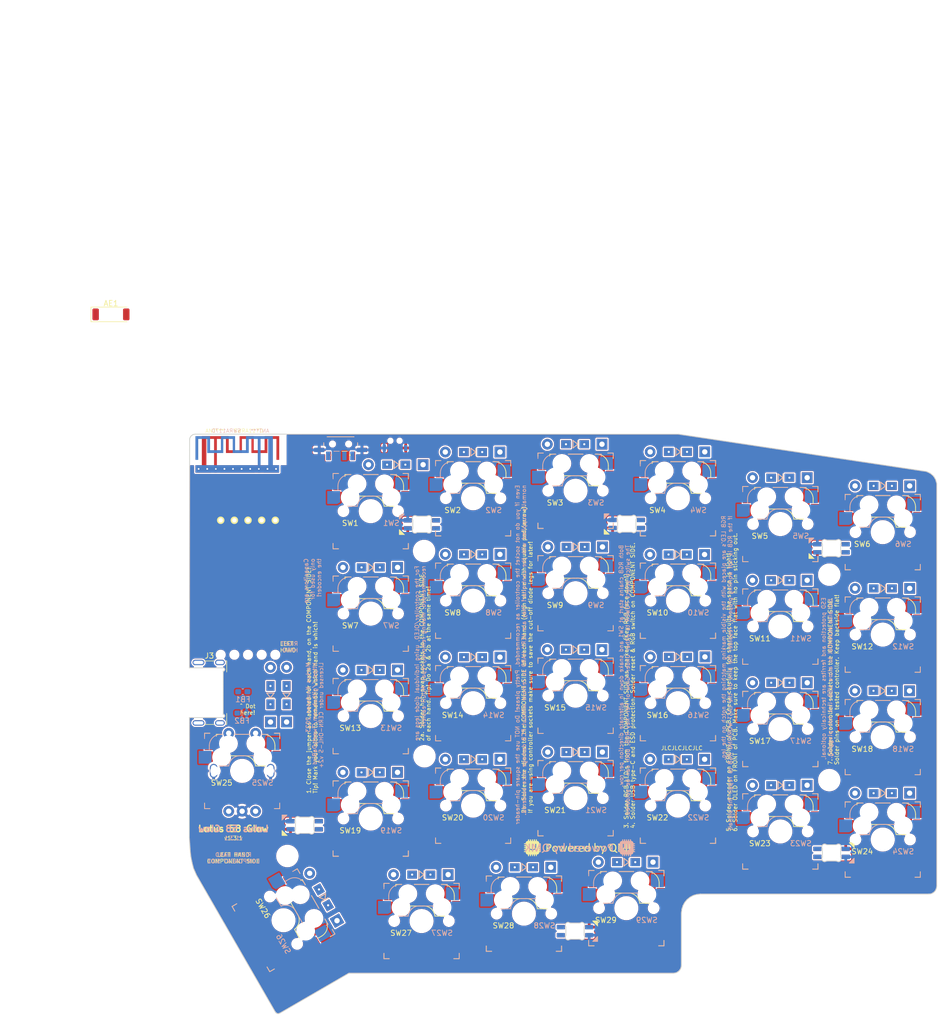
<source format=kicad_pcb>
(kicad_pcb (version 20221018) (generator pcbnew)
  (title_block (title "Lotus 58 Glow") (date "2023-09-13") (rev "v1.33") (company "Markus Knutsson <markus.knutsson@tweety.se>") (comment 1 "https://github.com/TweetyDaBird") (comment 2 "Licensed under CERN-OHL-S v2 or any superseding version"))
  (layers (0 "F.Cu" signal) (31 "B.Cu" signal) (34 "B.Paste" user) (35 "F.Paste" user) (36 "B.SilkS" user "B.Silkscreen") (37 "F.SilkS" user "F.Silkscreen") (38 "B.Mask" user) (39 "F.Mask" user) (44 "Edge.Cuts" user))
  (property "ADDRESS1" "")
  (property "ADDRESS2" "")
  (property "ADDRESS3" "")
  (property "ADDRESS4" "")
  (property "DOCUMENTNUMBER" "")
  (property "DOCUMENTSIZE" "A4")
  (property "DRAWNBY" "RUBR")
  (property "ORGANIZATION" "")
  (property "PCANAME" "nRF52805-CAAA Reference Layout")
  (property "PROJECTNUMBER" "")
  (property "SHEETTOTAL" "1")
  (net 0 "")
  (net 1 "Net-(D1-A)")
  (net 2 "row4")
  (net 3 "Net-(D2-A)")
  (net 4 "Net-(D3-A)")
  (net 5 "row0")
  (net 6 "Net-(D4-A)")
  (net 7 "row1")
  (net 8 "Net-(D5-A)")
  (net 9 "row2")
  (net 10 "Net-(D6-A)")
  (net 11 "row3")
  (net 12 "Net-(D7-A)")
  (net 13 "Net-(D8-A)")
  (net 14 "Net-(D9-A)")
  (net 15 "Net-(D10-A)")
  (net 16 "Net-(D11-A)")
  (net 17 "Net-(D12-A)")
  (net 18 "Net-(D13-A)")
  (net 19 "Net-(D14-A)")
  (net 20 "Net-(D15-A)")
  (net 21 "Net-(D16-A)")
  (net 22 "Net-(D17-A)")
  (net 23 "Net-(D18-A)")
  (net 24 "Net-(D19-A)")
  (net 25 "Net-(D20-A)")
  (net 26 "Net-(D21-A)")
  (net 27 "Net-(D22-A)")
  (net 28 "Net-(D23-A)")
  (net 29 "Net-(D24-A)")
  (net 30 "Net-(D26-A)")
  (net 31 "Net-(D27-A)")
  (net 32 "Net-(D28-A)")
  (net 33 "VCC")
  (net 34 "GND")
  (net 35 "col0")
  (net 36 "col1")
  (net 37 "col2")
  (net 38 "col3")
  (net 39 "col4")
  (net 40 "col5")
  (net 41 "LED")
  (net 42 "RESET")
  (net 43 "Net-(D29-A)")
  (net 44 "DATA")
  (net 45 "Net-(D30-A)")
  (net 46 "Alt")
  (net 60 "/PWR_KEY")
  (net 61 "/PWR_GLOW")
  (net 62 "EncB")
  (net 63 "EncA")
  (net 64 "Net-(LED30-DOUT)")
  (net 65 "Net-(LED31-DOUT)")
  (net 66 "Net-(LED32-DOUT)")
  (net 67 "Net-(LED33-DOUT)")
  (net 68 "Net-(LED34-DOUT)")
  (net 69 "Net-(J3-SHIELD)")
  (net 70 "/VCC_LINK")
  (footprint "Keyboard Common:Spacer PCB hole" (layer "F.Cu") (at 124.32538 57.40908)
    (fp_text reference "TH1" hide)
    (fp_text value "HOLE" hide)
  )
  (footprint "Keyboard Common:Spacer PCB hole" (layer "F.Cu") (at 199.7 61.8)
    (fp_text reference "TH2" hide)
    (fp_text value "HOLE" hide)
  )
  (footprint "Keyboard Common:Spacer PCB hole" (layer "F.Cu") (at 124.3965 95.5675)
    (fp_text reference "TH3" hide)
    (fp_text value "HOLE" hide)
  )
  (footprint "Keyboard Common:Spacer PCB hole" (layer "F.Cu") (at 199.7 100)
    (fp_text reference "TH4" hide)
    (fp_text value "HOLE" hide)
  )
  (footprint "Keyboard Common:Spacer PCB hole" (layer "F.Cu") (at 98.8949 114.1095 90)
    (fp_text reference "TH5" hide)
    (fp_text value "HOLE" hide)
  )
  (footprint "Keyboard Switches:SW_MX_HotSwap_Reversible" (layer "F.Cu") (at 133.45 47.6)
    (fp_text reference "SW2" hide)
    (fp_text value "Kailh hotswap MX socket" hide)
  )
  (footprint "Keyboard Switches:SW_MX_HotSwap_Reversible" (layer "F.Cu") (at 152.5 46.21)
    (fp_text reference "SW3" hide)
    (fp_text value "Kailh hotswap MX socket" hide)
  )
  (footprint "Keyboard Switches:SW_MX_HotSwap_Reversible" (layer "F.Cu") (at 171.55 47.6)
    (fp_text reference "SW4" hide)
    (fp_text value "Kailh hotswap MX socket" hide)
  )
  (footprint "Keyboard Switches:SW_MX_HotSwap_Reversible" (layer "F.Cu") (at 209.65 53.9)
    (fp_text reference "SW6" hide)
    (fp_text value "Kailh hotswap MX socket" hide)
  )
  (footprint "Keyboard Switches:SW_MX_HotSwap_Reversible" (layer "F.Cu") (at 114.4 69.05)
    (fp_text reference "SW7" hide)
    (fp_text value "Kailh hotswap MX socket" hide)
  )
  (footprint "Keyboard Switches:SW_MX_HotSwap_Reversible" (layer "F.Cu") (at 152.5 65.26)
    (fp_text reference "SW9" hide)
    (fp_text value "Kailh hotswap MX socket" hide)
  )
  (footprint "Keyboard Switches:SW_MX_HotSwap_Reversible" (layer "F.Cu") (at 171.55 66.65)
    (fp_text reference "SW10" hide)
    (fp_text value "Kailh hotswap MX socket" hide)
  )
  (footprint "Keyboard Switches:SW_MX_HotSwap_Reversible" (layer "F.Cu") (at 190.6 71.45)
    (fp_text reference "SW11" hide)
    (fp_text value "Kailh hotswap MX socket" hide)
  )
  (footprint "Keyboard Switches:SW_MX_HotSwap_Reversible" (layer "F.Cu") (at 209.65 72.95)
    (fp_text reference "SW12" hide)
    (fp_text value "Kailh hotswap MX socket" hide)
  )
  (footprint "Keyboard Switches:SW_MX_HotSwap_Reversible" (layer "F.Cu") (at 114.4 88.1)
    (fp_text reference "SW13" hide)
    (fp_text value "Kailh hotswap MX socket" hide)
  )
  (footprint "Keyboard Switches:SW_MX_HotSwap_Reversible" (layer "F.Cu") (at 133.45 85.7)
    (fp_text reference "SW14" hide)
    (fp_text value "Kailh hotswap MX socket" hide)
  )
  (footprint "Keyboard Switches:SW_MX_HotSwap_Reversible" (layer "F.Cu") (at 152.5 84.31)
    (fp_text reference "SW15" hide)
    (fp_text value "Kailh hotswap MX socket" hide)
  )
  (footprint "Keyboard Switches:SW_MX_HotSwap_Reversible" (layer "F.Cu") (at 190.6 90.5)
    (fp_text reference "SW17" hide)
    (fp_text value "Kailh hotswap MX socket" hide)
  )
  (footprint "Keyboard Switches:SW_MX_HotSwap_Reversible" (layer "F.Cu") (at 209.65 92)
    (fp_text reference "SW18" hide)
    (fp_text value "Kailh hotswap MX socket" hide)
  )
  (footprint "Keyboard Switches:SW_MX_HotSwap_Reversible" (layer "F.Cu") (at 114.4 107.15)
    (fp_text reference "SW19" hide)
    (fp_text value "Kailh hotswap MX socket" hide)
  )
  (footprint "Keyboard Switches:SW_MX_HotSwap_Reversible" (layer "F.Cu") (at 133.45 104.75)
    (fp_text reference "SW20" hide)
    (fp_text value "Kailh hotswap MX socket" hide)
  )
  (footprint "Keyboard Switches:SW_MX_HotSwap_Reversible" (layer "F.Cu") (at 152.5 103.36)
    (fp_text reference "SW21" hide)
    (fp_text value "Kailh hotswap MX socket" hide)
  )
  (footprint "Keyboard Switches:SW_MX_HotSwap_Reversible" (layer "F.Cu") (at 171.55 104.75)
    (fp_text reference "SW22" hide)
    (fp_text value "Kailh hotswap MX socket" hide)
  )
  (footprint "Keyboard Switches:SW_MX_HotSwap_Reversible" (layer "F.Cu") (at 190.6 109.55)
    (fp_text reference "SW23" hide)
    (fp_text value "Kailh hotswap MX socket" hide)
  )
  (footprint "Keyboard Switches:SW_MX_HotSwap_Reversible" (layer "F.Cu") (at 123.85 126.2)
    (fp_text reference "SW27" hide)
    (fp_text value "Kailh hotswap MX socket" hide)
  )
  (footprint "Keyboard Switches:SW_MX_HotSwap_Reversible" (layer "F.Cu") (at 142.8977 124.8283)
    (fp_text reference "SW28" hide)
    (fp_text value "Kailh hotswap MX socket" hide)
  )
  (footprint "Keyboard Switches:SW_MX_HotSwap_Reversible" (layer "F.Cu") (at 161.95 123.8)
    (fp_text reference "SW29" hide)
    (fp_text value "Kailh hotswap MX socket" hide)
  )
  (footprint "Keyboard Switches:SW_MX_HotSwap_Reversible" (layer "F.Cu") (at 114.4 50)
    (fp_text reference "SW1" hide)
    (fp_text value "Kailh hotswap MX socket" hide)
  )
  (footprint "Keyboard Switches:SW_MX_HotSwap_Reversible" (layer "F.Cu") (at 90.4748 98.2853)
    (fp_text reference "SW25" hide)
    (fp_text value "Kailh hotswap MX socket" hide)
  )
  (footprint "Keyboard Switches:SW_MX_HotSwap_Reversible" (layer "F.Cu") (at 209.65 111.05)
    (fp_text reference "SW24" hide)
    (fp_text value "Kailh hotswap MX socket" hide)
  )
  (footprint "Keyboard Switches:SW_MX_HotSwap_Reversible" (layer "F.Cu") (at 98.171 126.0475 -60)
    (fp_text reference "SW26" hide)
    (fp_text value "Kailh hotswap MX socket" hide)
  )
  (footprint "Keyboard Switches:SW_MX_HotSwap_Reversible" (layer "F.Cu") (at 171.55 85.7)
    (fp_text reference "SW16" hide)
    (fp_text value "Kailh hotswap MX socket" hide)
  )
  (footprint "Keyboard RGB:MX_SK6812MINI-E_REVERSIBLE" (layer "F.Cu") (at 200.125 113.522)
    (fp_text reference "LED33" hide)
    (fp_text value "SK6812MINI-E")
    (fp_line (start -1.699999 0.702841) (end -1.699999 -0.702843) (stroke (width 0.15)) (layer "Edge.Cuts"))
    (fp_line (start -0.794452 -1.5) (end 0.794453 -1.5) (stroke (width 0.15)) (layer "Edge.Cuts"))
    (fp_line (start 0.794452 1.499999) (end -0.794452 1.499999) (stroke (width 0.15)) (layer "Edge.Cuts"))
    (fp_line (start 1.699999 -0.702843) (end 1.699999 0.702841) (stroke (width 0.15)) (layer "Edge.Cuts"))
    (fp_arc (start -1.749484 -0.919721) (mid -1.712527 -0.814069) (end -1.699999 -0.702843) (stroke (width 0.15)) (layer "Edge.Cuts"))
    (fp_arc (start -1.749484 -0.919721) (mid -1.638071 -1.504036) (end -1.046711 -1.5683) (stroke (width 0.15)) (layer "Edge.Cuts"))
    (fp_arc (start -1.699999 0.702842) (mid -1.712527 0.814067) (end -1.749484 0.919719) (stroke (width 0.15)) (layer "Edge.Cuts"))
    (fp_arc (start -1.046711 1.568296) (mid -1.63807 1.504033) (end -1.749484 0.919719) (stroke (width 0.15)) (layer "Edge.Cuts"))
    (fp_arc (start -1.04671 1.568298) (mid -0.925122 1.517376) (end -0.794452 1.499999) (stroke (width 0.15)) (layer "Edge.Cuts"))
    (fp_arc (start -0.794453 -1.500001) (mid -0.925123 -1.517378) (end -1.046711 -1.5683) (stroke (width 0.15)) (layer "Edge.Cuts"))
    (fp_arc (start 0.794452 1.499999) (mid 0.925123 1.517376) (end 1.046711 1.568298) (stroke (width 0.15)) (layer "Edge.Cuts"))
    (fp_arc (start 1.046711 -1.568299) (mid 0.925123 -1.517377) (end 0.794453 -1.5) (stroke (width 0.15)) (layer "Edge.Cuts"))
    (fp_arc (start 1.046711 -1.568299) (mid 1.638071 -1.504036) (end 1.749484 -0.919721) (stroke (width 0.15)) (layer "Edge.Cuts"))
    (fp_arc (start 1.699999 -0.702844) (mid 1.712526 -0.81407) (end 1.749484 -0.919721) (stroke (width 0.15)) (layer "Edge.Cuts"))
    (fp_arc (start 1.749484 0.919718) (mid 1.638072 1.504034) (end 1.046711 1.568298) (stroke (width 0.15)) (layer "Edge.Cuts"))
    (fp_arc (start 1.749484 0.919719) (mid 1.712511 0.81407) (end 1.699999 0.702841) (stroke (width 0.15)) (layer "Edge.Cuts"))
  )
  (footprint "Keyboard RGB:MX_SK6812MINI-E_REVERSIBLE" (layer "F.Cu") (at 152.4 128.0795)
    (fp_text reference "LED34" hide)
    (fp_text value "SK6812MINI-E")
    (fp_line (start -1.699999 0.702841) (end -1.699999 -0.702843) (stroke (width 0.15)) (layer "Edge.Cuts"))
    (fp_line (start -0.794452 -1.5) (end 0.794453 -1.5) (stroke (width 0.15)) (layer "Edge.Cuts"))
    (fp_line (start 0.794452 1.499999) (end -0.794452 1.499999) (stroke (width 0.15)) (layer "Edge.Cuts"))
    (fp_line (start 1.699999 -0.702843) (end 1.699999 0.702841) (stroke (width 0.15)) (layer "Edge.Cuts"))
    (fp_arc (start -1.749484 -0.919721) (mid -1.712527 -0.814069) (end -1.699999 -0.702843) (stroke (width 0.15)) (layer "Edge.Cuts"))
    (fp_arc (start -1.749484 -0.919721) (mid -1.638071 -1.504036) (end -1.046711 -1.5683) (stroke (width 0.15)) (layer "Edge.Cuts"))
    (fp_arc (start -1.699999 0.702842) (mid -1.712527 0.814067) (end -1.749484 0.919719) (stroke (width 0.15)) (layer "Edge.Cuts"))
    (fp_arc (start -1.046711 1.568296) (mid -1.63807 1.504033) (end -1.749484 0.919719) (stroke (width 0.15)) (layer "Edge.Cuts"))
    (fp_arc (start -1.04671 1.568298) (mid -0.925122 1.517376) (end -0.794452 1.499999) (stroke (width 0.15)) (layer "Edge.Cuts"))
    (fp_arc (start -0.794453 -1.500001) (mid -0.925123 -1.517378) (end -1.046711 -1.5683) (stroke (width 0.15)) (layer "Edge.Cuts"))
    (fp_arc (start 0.794452 1.499999) (mid 0.925123 1.517376) (end 1.046711 1.568298) (stroke (width 0.15)) (layer "Edge.Cuts"))
    (fp_arc (start 1.046711 -1.568299) (mid 0.925123 -1.517377) (end 0.794453 -1.5) (stroke (width 0.15)) (layer "Edge.Cuts"))
    (fp_arc (start 1.046711 -1.568299) (mid 1.638071 -1.504036) (end 1.749484 -0.919721) (stroke (width 0.15)) (layer "Edge.Cuts"))
    (fp_arc (start 1.699999 -0.702844) (mid 1.712526 -0.81407) (end 1.749484 -0.919721) (stroke (width 0.15)) (layer "Edge.Cuts"))
    (fp_arc (start 1.749484 0.919718) (mid 1.638072 1.504034) (end 1.046711 1.568298) (stroke (width 0.15)) (layer "Edge.Cuts"))
    (fp_arc (start 1.749484 0.919719) (mid 1.712511 0.81407) (end 1.699999 0.702841) (stroke (width 0.15)) (layer "Edge.Cuts"))
  )
  (footprint "Keyboard RGB:MX_SK6812MINI-E_REVERSIBLE" (layer "F.Cu") (at 102.108 108.3945 180)
    (fp_text reference "LED35" hide)
    (fp_text value "SK6812MINI-E")
    (fp_line (start -1.699999 0.702841) (end -1.699999 -0.702843) (stroke (width 0.15)) (layer "Edge.Cuts"))
    (fp_line (start -0.794452 -1.5) (end 0.794453 -1.5) (stroke (width 0.15)) (layer "Edge.Cuts"))
    (fp_line (start 0.794452 1.499999) (end -0.794452 1.499999) (stroke (width 0.15)) (layer "Edge.Cuts"))
    (fp_line (start 1.699999 -0.702843) (end 1.699999 0.702841) (stroke (width 0.15)) (layer "Edge.Cuts"))
    (fp_arc (start -1.749484 -0.919721) (mid -1.712527 -0.814069) (end -1.699999 -0.702843) (stroke (width 0.15)) (layer "Edge.Cuts"))
    (fp_arc (start -1.749484 -0.919721) (mid -1.638071 -1.504036) (end -1.046711 -1.5683) (stroke (width 0.15)) (layer "Edge.Cuts"))
    (fp_arc (start -1.699999 0.702842) (mid -1.712527 0.814067) (end -1.749484 0.919719) (stroke (width 0.15)) (layer "Edge.Cuts"))
    (fp_arc (start -1.046711 1.568296) (mid -1.63807 1.504033) (end -1.749484 0.919719) (stroke (width 0.15)) (layer "Edge.Cuts"))
    (fp_arc (start -1.04671 1.568298) (mid -0.925122 1.517376) (end -0.794452 1.499999) (stroke (width 0.15)) (layer "Edge.Cuts"))
    (fp_arc (start -0.794453 -1.500001) (mid -0.925123 -1.517378) (end -1.046711 -1.5683) (stroke (width 0.15)) (layer "Edge.Cuts"))
    (fp_arc (start 0.794452 1.499999) (mid 0.925123 1.517376) (end 1.046711 1.568298) (stroke (width 0.15)) (layer "Edge.Cuts"))
    (fp_arc (start 1.046711 -1.568299) (mid 0.925123 -1.517377) (end 0.794453 -1.5) (stroke (width 0.15)) (layer "Edge.Cuts"))
    (fp_arc (start 1.046711 -1.568299) (mid 1.638071 -1.504036) (end 1.749484 -0.919721) (stroke (width 0.15)) (layer "Edge.Cuts"))
    (fp_arc (start 1.699999 -0.702844) (mid 1.712526 -0.81407) (end 1.749484 -0.919721) (stroke (width 0.15)) (layer "Edge.Cuts"))
    (fp_arc (start 1.749484 0.919718) (mid 1.638072 1.504034) (end 1.046711 1.568298) (stroke (width 0.15)) (layer "Edge.Cuts"))
    (fp_arc (start 1.749484 0.919719) (mid 1.712511 0.81407) (end 1.699999 0.702841) (stroke (width 0.15)) (layer "Edge.Cuts"))
  )
  (footprint "Keyboard RGB:MX_SK6812MINI-E_REVERSIBLE" (layer "F.Cu") (at 200.122 56.896 180)
    (fp_text reference "LED32" hide)
    (fp_text value "SK6812MINI-E")
    (fp_line (start -1.699999 0.702841) (end -1.699999 -0.702843) (stroke (width 0.15)) (layer "Edge.Cuts"))
    (fp_line (start -0.794452 -1.5) (end 0.794453 -1.5) (stroke (width 0.15)) (layer "Edge.Cuts"))
    (fp_line (start 0.794452 1.499999) (end -0.794452 1.499999) (stroke (width 0.15)) (layer "Edge.Cuts"))
    (fp_line (start 1.699999 -0.702843) (end 1.699999 0.702841) (stroke (width 0.15)) (layer "Edge.Cuts"))
    (fp_arc (start -1.749484 -0.919721) (mid -1.712527 -0.814069) (end -1.699999 -0.702843) (stroke (width 0.15)) (layer "Edge.Cuts"))
    (fp_arc (start -1.749484 -0.919721) (mid -1.638071 -1.504036) (end -1.046711 -1.5683) (stroke (width 0.15)) (layer "Edge.Cuts"))
    (fp_arc (start -1.699999 0.702842) (mid -1.712527 0.814067) (end -1.749484 0.919719) (stroke (width 0.15)) (layer "Edge.Cuts"))
    (fp_arc (start -1.046711 1.568296) (mid -1.63807 1.504033) (end -1.749484 0.919719) (stroke (width 0.15)) (layer "Edge.Cuts"))
    (fp_arc (start -1.04671 1.568298) (mid -0.925122 1.517376) (end -0.794452 1.499999) (stroke (width 0.15)) (layer "Edge.Cuts"))
    (fp_arc (start -0.794453 -1.500001) (mid -0.925123 -1.517378) (end -1.046711 -1.5683) (stroke (width 0.15)) (layer "Edge.Cuts"))
    (fp_arc (start 0.794452 1.499999) (mid 0.925123 1.517376) (end 1.046711 1.568298) (stroke (width 0.15)) (layer "Edge.Cuts"))
    (fp_arc (start 1.046711 -1.568299) (mid 0.925123 -1.517377) (end 0.794453 -1.5) (stroke (width 0.15)) (layer "Edge.Cuts"))
    (fp_arc (start 1.046711 -1.568299) (mid 1.638071 -1.504036) (end 1.749484 -0.919721) (stroke (width 0.15)) (layer "Edge.Cuts"))
    (fp_arc (start 1.699999 -0.702844) (mid 1.712526 -0.81407) (end 1.749484 -0.919721) (stroke (width 0.15)) (layer "Edge.Cuts"))
    (fp_arc (start 1.749484 0.919718) (mid 1.638072 1.504034) (end 1.046711 1.568298) (stroke (width 0.15)) (layer "Edge.Cuts"))
    (fp_arc (start 1.749484 0.919719) (mid 1.712511 0.81407) (end 1.699999 0.702841) (stroke (width 0.15)) (layer "Edge.Cuts"))
  )
  (footprint "Keyboard RGB:MX_SK6812MINI-E_REVERSIBLE" (layer "F.Cu") (at 123.9235 52.451 180)
    (fp_text reference "LED30" hide)
    (fp_text value "SK6812MINI-E")
    (fp_line (start -1.699999 0.702841) (end -1.699999 -0.702843) (stroke (width 0.15)) (layer "Edge.Cuts"))
    (fp_line (start -0.794452 -1.5) (end 0.794453 -1.5) (stroke (width 0.15)) (layer "Edge.Cuts"))
    (fp_line (start 0.794452 1.499999) (end -0.794452 1.499999) (stroke (width 0.15)) (layer "Edge.Cuts"))
    (fp_line (start 1.699999 -0.702843) (end 1.699999 0.702841) (stroke (width 0.15)) (layer "Edge.Cuts"))
    (fp_arc (start -1.749484 -0.919721) (mid -1.712527 -0.814069) (end -1.699999 -0.702843) (stroke (width 0.15)) (layer "Edge.Cuts"))
    (fp_arc (start -1.749484 -0.919721) (mid -1.638071 -1.504036) (end -1.046711 -1.5683) (stroke (width 0.15)) (layer "Edge.Cuts"))
    (fp_arc (start -1.699999 0.702842) (mid -1.712527 0.814067) (end -1.749484 0.919719) (stroke (width 0.15)) (layer "Edge.Cuts"))
    (fp_arc (start -1.046711 1.568296) (mid -1.63807 1.504033) (end -1.749484 0.919719) (stroke (width 0.15)) (layer "Edge.Cuts"))
    (fp_arc (start -1.04671 1.568298) (mid -0.925122 1.517376) (end -0.794452 1.499999) (stroke (width 0.15)) (layer "Edge.Cuts"))
    (fp_arc (start -0.794453 -1.500001) (mid -0.925123 -1.517378) (end -1.046711 -1.5683) (stroke (width 0.15)) (layer "Edge.Cuts"))
    (fp_arc (start 0.794452 1.499999) (mid 0.925123 1.517376) (end 1.046711 1.568298) (stroke (width 0.15)) (layer "Edge.Cuts"))
    (fp_arc (start 1.046711 -1.568299) (mid 0.925123 -1.517377) (end 0.794453 -1.5) (stroke (width 0.15)) (layer "Edge.Cuts"))
    (fp_arc (start 1.046711 -1.568299) (mid 1.638071 -1.504036) (end 1.749484 -0.919721) (stroke (width 0.15)) (layer "Edge.Cuts"))
    (fp_arc (start 1.699999 -0.702844) (mid 1.712526 -0.81407) (end 1.749484 -0.919721) (stroke (width 0.15)) (layer "Edge.Cuts"))
    (fp_arc (start 1.749484 0.919718) (mid 1.638072 1.504034) (end 1.046711 1.568298) (stroke (width 0.15)) (layer "Edge.Cuts"))
    (fp_arc (start 1.749484 0.919719) (mid 1.712511 0.81407) (end 1.699999 0.702841) (stroke (width 0.15)) (layer "Edge.Cuts"))
  )
  (footprint "Keyboard Encoders:Encoder_Alps_EC11E_Small" (layer "F.Cu") (at 90.4748 98.2853 90)
    (fp_text reference "SW30" hide)
    (fp_text value "Rotary_Encoder_Switch" hide)
  )
  (footprint "Keyboard Switches:SW_MX_HotSwap_Reversible" (layer "F.Cu") (at 190.6 52.4)
    (fp_text reference "SW5" hide)
    (fp_text value "Kailh hotswap MX socket" hide)
  )
  (footprint "Keyboard RGB:MX_SK6812MINI-E_REVERSIBLE" (layer "F.Cu") (at 162.0285 52.3875 180)
    (fp_text reference "LED31" hide)
    (fp_text value "SK6812MINI-E")
    (fp_line (start -1.699999 0.702841) (end -1.699999 -0.702843) (stroke (width 0.15)) (layer "Edge.Cuts"))
    (fp_line (start -0.794452 -1.5) (end 0.794453 -1.5) (stroke (width 0.15)) (layer "Edge.Cuts"))
    (fp_line (start 0.794452 1.499999) (end -0.794452 1.499999) (stroke (width 0.15)) (layer "Edge.Cuts"))
    (fp_line (start 1.699999 -0.702843) (end 1.699999 0.702841) (stroke (width 0.15)) (layer "Edge.Cuts"))
    (fp_arc (start -1.749484 -0.919721) (mid -1.712527 -0.814069) (end -1.699999 -0.702843) (stroke (width 0.15)) (layer "Edge.Cuts"))
    (fp_arc (start -1.749484 -0.919721) (mid -1.638071 -1.504036) (end -1.046711 -1.5683) (stroke (width 0.15)) (layer "Edge.Cuts"))
    (fp_arc (start -1.699999 0.702842) (mid -1.712527 0.814067) (end -1.749484 0.919719) (stroke (width 0.15)) (layer "Edge.Cuts"))
    (fp_arc (start -1.046711 1.568296) (mid -1.63807 1.504033) (end -1.749484 0.919719) (stroke (width 0.15)) (layer "Edge.Cuts"))
    (fp_arc (start -1.04671 1.568298) (mid -0.925122 1.517376) (end -0.794452 1.499999) (stroke (width 0.15)) (layer "Edge.Cuts"))
    (fp_arc (start -0.794453 -1.500001) (mid -0.925123 -1.517378) (end -1.046711 -1.5683) (stroke (width 0.15)) (layer "Edge.Cuts"))
    (fp_arc (start 0.794452 1.499999) (mid 0.925123 1.517376) (end 1.046711 1.568298) (stroke (width 0.15)) (layer "Edge.Cuts"))
    (fp_arc (start 1.046711 -1.568299) (mid 0.925123 -1.517377) (end 0.794453 -1.5) (stroke (width 0.15)) (layer "Edge.Cuts"))
    (fp_arc (start 1.046711 -1.568299) (mid 1.638071 -1.504036) (end 1.749484 -0.919721) (stroke (width 0.15)) (layer "Edge.Cuts"))
    (fp_arc (start 1.699999 -0.702844) (mid 1.712526 -0.81407) (end 1.749484 -0.919721) (stroke (width 0.15)) (layer "Edge.Cuts"))
    (fp_arc (start 1.749484 0.919718) (mid 1.638072 1.504034) (end 1.046711 1.568298) (stroke (width 0.15)) (layer "Edge.Cuts"))
    (fp_arc (start 1.749484 0.919719) (mid 1.712511 0.81407) (end 1.699999 0.702841) (stroke (width 0.15)) (layer "Edge.Cuts"))
  )
  (footprint "Keyboard Switches:SW_MX_HotSwap_Reversible" (layer "F.Cu") (at 133.45 66.65)
    (fp_text reference "SW8" hide)
    (fp_text value "Kailh hotswap MX socket" hide)
  )
  (footprint "Keyboard Common:YTS-A002" (layer "F.Cu") (at 118.91 36.91)
    (fp_text reference "RES1" hide)
    (fp_text value "TS-A002" hide)
  )
  (footprint "MyAntennas:SWRA117D" (layer "F.Cu") (at 89.58 39.44)
    (fp_text reference "ANT***")
    (fp_text value "SWRA117D")
  )
  (footprint "Keyboard Common:MSK12C02" (layer "F.Cu") (at 108.79 37.52 180)
    (fp_text reference "SW32" hide)
    (fp_text value "MSK12C02" hide)
  )
  (footprint "LCSC_Library:Molex-216990_GCT-USB45xx_HRO-TYPE-C-31-M-13x-PiMicro" (layer "F.Cu") (at 81.167 83.75 -90)
    (fp_text reference "J3")
    (fp_text value "USB_C_Receptacle_USB2.0")
    (fp_line (start -7.62 0.5) (end -4.62 0.5) (stroke (width 0.15)) (layer "Edge.Cuts"))
    (fp_line (start -4.62 0.5) (end -4.62 -5.783) (stroke (width 0.15)) (layer "Edge.Cuts"))
    (fp_line (start -4.02 -5.783) (end 4.02 -5.783) (stroke (width 0.15)) (layer "Edge.Cuts"))
    (fp_line (start 4.62 -5.783) (end 4.62 0.5) (stroke (width 0.15)) (layer "Edge.Cuts"))
    (fp_line (start 4.62 0.5) (end 7.62 0.5) (stroke (width 0.15)) (layer "Edge.Cuts"))
    (fp_arc (start -4.62 -5.783) (mid -4.32 -6.083) (end -4.02 -5.783) (stroke (width 0.15)) (layer "Edge.Cuts"))
    (fp_arc (start 4.02 -5.783) (mid 4.32 -6.083) (end 4.62 -5.783) (stroke (width 0.15)) (layer "Edge.Cuts"))
  )
  (footprint "Keyboard Common:nice!view" (layer "F.Cu") (at 91.567 51.694 180)
    (fp_text reference "DISP1")
    (fp_text value "nice!view" hide)
  )
  (footprint "Logotypes:qmk logo" (layer "F.Cu") (at 153.15 112.57)
    (fp_text reference "Logo1" hide)
    (fp_text value "QMK_Logo" hide)
  )
  (footprint "RF_Antenna:Johanson_2450AT43F0100" (layer "F.Cu") (at 66.07 13.42)
    (fp_text reference "AE1")
    (fp_text value "Antenna_Chip")
  )
  (footprint "Keyboard Common:Diode_DO35_SOD123" (layer "B.Cu") (at 119.14 41.36 180)
    (fp_text reference "D1" hide)
    (fp_text value "1N4148/1N4148W" hide)
  )
  (footprint "Keyboard Common:Diode_DO35_SOD123" (layer "B.Cu") (at 152.42 37.56 180)
    (fp_text reference "D3" hide)
    (fp_text value "1N4148/1N4148W" hide)
  )
  (footprint "Keyboard Common:Diode_DO35_SOD123" (layer "B.Cu") (at 171.54 38.98 180)
    (fp_text reference "D4" hide)
    (fp_text value "1N4148/1N4148W" hide)
  )
  (footprint "Keyboard Common:Diode_DO35_SOD123" (layer "B.Cu") (at 209.66 45.31 180)
    (fp_text reference "D6" hide)
    (fp_text value "1N4148/1N4148W" hide)
  )
  (footprint "Keyboard Common:Diode_DO35_SOD123" (layer "B.Cu") (at 152.51 56.65 180)
    (fp_text reference "D9" hide)
    (fp_text value "1N4148/1N4148W" hide)
  )
  (footprint "Keyboard Common:Diode_DO35_SOD123" (layer "B.Cu") (at 171.5 58.06 180)
    (fp_text reference "D10" hide)
    (fp_text value "1N4148/1N4148W" hide)
  )
  (footprint "Keyboard Common:Diode_DO35_SOD123" (layer "B.Cu") (at 190.59 62.85 180)
    (fp_text reference "D11" hide)
    (fp_text value "1N4148/1N4148W" hide)
  )
  (footprint "Keyboard Common:Diode_DO35_SOD123" (layer "B.Cu") (at 209.66 64.36 180)
    (fp_text reference "D12" hide)
    (fp_text value "1N4148/1N4148W" hide)
  )
  (footprint "Keyboard Common:Diode_DO35_SOD123" (layer "B.Cu") (at 114.38 79.53 180)
    (fp_text reference "D13" hide)
    (fp_text value "1N4148/1N4148W" hide)
  )
  (footprint "Keyboard Common:Diode_DO35_SOD123" (layer "B.Cu") (at 133.44 77.14 180)
    (fp_text reference "D14" hide)
    (fp_text value "1N4148/1N4148W" hide)
  )
  (footprint "Keyboard Common:Diode_DO35_SOD123" (layer "B.Cu") (at 152.41 75.74 180)
    (fp_text reference "D15" hide)
    (fp_text value "1N4148/1N4148W" hide)
  )
  (footprint "Keyboard Common:Diode_DO35_SOD123" (layer "B.Cu") (at 171.57 77.09 180)
    (fp_text reference "D16" hide)
    (fp_text value "1N4148/1N4148W" hide)
  )
  (footprint "Keyboard Common:Diode_DO35_SOD123" (layer "B.Cu") (at 209.63 83.4 180)
    (fp_text reference "D18" hide)
    (fp_text value "1N4148/1N4148W" hide)
  )
  (footprint "Keyboard Common:Diode_DO35_SOD123" (layer "B.Cu") (at 114.38 98.56 180)
    (fp_text reference "D19" hide)
    (fp_text value "1N4148/1N4148W" hide)
  )
  (footprint "Keyboard Common:Diode_DO35_SOD123" (layer "B.Cu") (at 133.44 96.13 180)
    (fp_text reference "D20" hide)
    (fp_text value "1N4148/1N4148W" hide)
  )
  (footprint "Keyboard Common:Diode_DO35_SOD123" (layer "B.Cu") (at 152.49 94.79 180)
    (fp_text reference "D21" hide)
    (fp_text value "1N4148/1N4148W" hide)
  )
  (footprint "Keyboard Common:Diode_DO35_SOD123" (layer "B.Cu") (at 171.51 96.13 180)
    (fp_text reference "D22" hide)
    (fp_text value "1N4148/1N4148W" hide)
  )
  (footprint "Keyboard Common:Diode_DO35_SOD123" (layer "B.Cu") (at 190.58 100.95 180)
    (fp_text reference "D23" hide)
    (fp_text value "1N4148/1N4148W" hide)
  )
  (footprint "Keyboard Common:Diode_DO35_SOD123" (layer "B.Cu") (at 105.62 121.797501 120)
    (fp_text reference "D26" hide)
    (fp_text value "1N4148/1N4148W" hide)
  )
  (footprint "Keyboard Common:Diode_DO35_SOD123" (layer "B.Cu") (at 123.8 117.57 180)
    (fp_text reference "D27" hide)
    (fp_text value "1N4148/1N4148W" hide)
  )
  (footprint "Keyboard Common:Diode_DO35_SOD123" (layer "B.Cu") (at 209.65 102.43 180)
    (fp_text reference "D24" hide)
    (fp_text value "1N4148/1N4148W" hide)
  )
  (footprint "Keyboard Common:Diode_DO35_SOD123" (layer "B.Cu") (at 114.39 60.46 180)
    (fp_text reference "D7" hide)
    (fp_text value "1N4148/1N4148W" hide)
  )
  (footprint "Keyboard Common:Diode_DO35_SOD123" (layer "B.Cu") (at 133.44 58.04 180)
    (fp_text reference "D8" hide)
    (fp_text value "1N4148/1N4148W" hide)
  )
  (footprint "Keyboard Common:Diode_DO35_SOD123" (layer "B.Cu") (at 142.89 116.21 180)
    (fp_text reference "D28" hide)
    (fp_text value "1N4148/1N4148W" hide)
  )
  (footprint "Keyboard Common:Diode_DO35_SOD123" (layer "B.Cu") (at 161.91 115.25 180)
    (fp_text reference "D29" hide)
    (fp_text value "1N4148/1N4148W" hide)
  )
  (footprint "Keyboard Common:Diode_DO35_SOD123" (layer "B.Cu") (at 133.43 39.01 180)
    (fp_text reference "D2" hide)
    (fp_text value "1N4148/1N4148W" hide)
  )
  (footprint "Keyboard Common:Diode_DO35_SOD123" (layer "B.Cu") (at 190.59 43.78 180)
    (fp_text reference "D5" hide)
    (fp_text value "1N4148/1N4148W" hide)
  )
  (footprint "Keyboard Common:Diode_DO35_SOD123" (layer "B.Cu") (at 190.6 81.9 180)
    (fp_text reference "D17" hide)
    (fp_text value "1N4148/1N4148W" hide)
  )
  (footprint "Keyboard Common:Diode_DO35_SOD123" (layer "B.Cu") (at 95.74254 84.2 90)
    (fp_text reference "D25" hide)
    (fp_text value "1N4148/1N4148W" hide)
  )
  (footprint "Keyboard Common:Diode_DO35_SOD123" (layer "B.Cu") (at 98.74 84.2 90)
    (fp_text reference "D30" hide)
    (fp_text value "1N4148/1N4148W" hide)
  )
  (footprint "Keyboard Common:YTS-A002" (layer "B.Cu") (at 118.91 36.91 180)
    (fp_text reference "RES2" hide)
    (fp_text value "TS-A002" hide)
  )
  (footprint "Capacitor_SMD:C_0603_1608Metric_Pad1.08x0.95mm_HandSolder" (layer "B.Cu") (at 90.4475 87.54)
    (fp_text reference "FB2")
    (fp_text value "Ferrite Bead")
  )
  (footprint "MyAntennas:SWRA117D" (layer "B.Cu") (at 89.58 39.44 180)
    (fp_text reference "ANT***")
    (fp_text value "SWRA117D")
  )
  (footprint "Logotypes:qmk logo" (layer "B.Cu") (at 153.33 112.57 180)
    (fp_text reference "Logo2" hide)
    (fp_text value "QMK_Logo" hide)
  )
  (footprint "Keyboard Common:MSK12C02" (layer "B.Cu") (at 108.79 37.52)
    (fp_text reference "SW33" hide)
    (fp_text value "MSK12C02" hide)
  )
  (footprint "Capacitor_SMD:C_0603_1608Metric_Pad1.08x0.95mm_HandSolder" (layer "B.Cu") (at 90.6 83.57)
    (fp_text reference "FB1")
    (fp_text value "Ferrite Bead")
  )
  (gr_line (start 81.4197 116.3955) (end 81.9785 117.6655) (stroke (width 0.15)) (layer "Edge.Cuts"))
  (gr_line (start 219.50172 44.1452) (end 219.70492 44.8564) (stroke (width 0.15)) (layer "Edge.Cuts"))
  (gr_line (start 219.258732 120.757048) (end 219.03678 120.940136) (stroke (width 0.15)) (layer "Edge.Cuts"))
  (gr_line (start 219.03678 120.940136) (end 218.781972 121.078352) (stroke (width 0.15)) (layer "Edge.Cuts"))
  (gr_line (start 219.667372 119.998631) (end 219.580037 120.280287) (stroke (width 0.15)) (layer "Edge.Cuts"))
  (gr_line (start 219.580037 120.280287) (end 219.441821 120.535096) (stroke (width 0.15)) (layer "Edge.Cuts"))
  (gr_line (start 219.70492 119.6848) (end 219.667372 119.998631) (stroke (width 0.15)) (layer "Edge.Cuts"))
  (gr_line (start 219.441821 120.535096) (end 219.258732 120.757048) (stroke (width 0.15)) (layer "Edge.Cuts"))
  (gr_line (start 218.781972 121.078352) (end 218.500315 121.165688) (stroke (width 0.15)) (layer "Edge.Cuts"))
  (gr_line (start 218.500315 121.165688) (end 218.18092 121.19356) (stroke (width 0.15)) (layer "Edge.Cuts"))
  (gr_line (start 172.075297 134.989392) (end 171.937081 135.244201) (stroke (width 0.15)) (layer "Edge.Cuts"))
  (gr_line (start 80.7003 36.7444) (end 80.722283 36.528775) (stroke (width 0.15)) (layer "Edge.Cuts"))
  (gr_line (start 80.722283 36.528775) (end 80.783417 36.331615) (stroke (width 0.15)) (layer "Edge.Cuts"))
  (gr_line (start 81.342063 35.77297) (end 81.539222 35.711835) (stroke (width 0.15)) (layer "Edge.Cuts"))
  (gr_line (start 81.539222 35.711835) (end 81.7544 35.6903) (stroke (width 0.15)) (layer "Edge.Cuts"))
  (gr_line (start 80.880169 36.153249) (end 81.00833 35.997883) (stroke (width 0.15)) (layer "Edge.Cuts"))
  (gr_line (start 80.783417 36.331615) (end 80.880169 36.153249) (stroke (width 0.15)) (layer "Edge.Cuts"))
  (gr_line (start 81.00833 35.997883) (end 81.163697 35.869721) (stroke (width 0.15)) (layer "Edge.Cuts"))
  (gr_line (start 81.163697 35.869721) (end 81.342063 35.77297) (stroke (width 0.15)) (layer "Edge.Cuts"))
  (gr_line (start 80.772 112.649) (end 80.899 114.1095) (stroke (width 0.15)) (layer "Edge.Cuts"))
  (gr_line (start 80.7085 111.8235) (end 80.772 112.649) (stroke (width 0.15)) (layer "Edge.Cuts"))
  (gr_line (start 171.704 35.687) (end 81.7544 35.6903) (stroke (width 0.15)) (layer "Edge.Cuts"))
  (gr_line (start 218.511891 42.96639) (end 217.79552 42.621355) (stroke (width 0.15)) (layer "Edge.Cuts"))
  (gr_line (start 81.153 115.3795) (end 81.4197 116.3955) (stroke (width 0.15)) (layer "Edge.Cuts"))
  (gr_line (start 97.119252 143.413974) (end 97.268206 143.404468) (stroke (width 0.15)) (layer "Edge.Cuts"))
  (gr_line (start 171.53204 135.649242) (end 171.277232 135.787458) (stroke (width 0.15)) (layer "Edge.Cuts"))
  (gr_line (start 96.629837 143.08815) (end 96.735295 143.222884) (stroke (width 0.15)) (layer "Edge.Cuts"))
  (gr_line (start 80.667 76.13) (end 80.7003 36.7444) (stroke (width 0.15)) (layer "Edge.Cuts"))
  (gr_line (start 80.645 110.617) (end 80.7085 111.8235) (stroke (width 0.15)) (layer "Edge.Cuts"))
  (gr_line (start 172.162633 134.707736) (end 172.075297 134.989392) (stroke (width 0.15)) (layer "Edge.Cuts"))
  (gr_line (start 80.645 110.617) (end 80.667 91.37) (stroke (width 0.15)) (layer "Edge.Cuts"))
  (gr_line (start 171.277232 135.787458) (end 170.995576 135.874793) (stroke (width 0.15)) (layer "Edge.Cuts"))
  (gr_line (start 172.19308 134.427634) (end 172.162633 134.707736) (stroke (width 0.15)) (layer "Edge.Cuts"))
  (gr_line (start 96.852328 143.322532) (end 96.98047 143.386445) (stroke (width 0.15)) (layer "Edge.Cuts"))
  (gr_line (start 171.753993 135.466153) (end 171.53204 135.649242) (stroke (width 0.15)) (layer "Edge.Cuts"))
  (gr_line (start 110.31982 135.90524) (end 170.69308 135.90524) (stroke (width 0.15)) (layer "Edge.Cuts"))
  (gr_line (start 174.356326 121.468421) (end 175.013524 121.264638) (stroke (width 0.15)) (layer "Edge.Cuts"))
  (gr_line (start 80.899 114.1095) (end 81.153 115.3795) (stroke (width 0.15)) (layer "Edge.Cuts"))
  (gr_line (start 97.426864 143.357278) (end 97.594758 143.271756) (stroke (width 0.15)) (layer "Edge.Cuts"))
  (gr_line (start 171.937081 135.244201) (end 171.753993 135.466153) (stroke (width 0.15)) (layer "Edge.Cuts"))
  (gr_line (start 97.594758 143.271756) (end 110.31982 135.90524) (stroke (width 0.15)) (layer "Edge.Cuts"))
  (gr_line (start 172.19422 124.69622) (end 172.19308 134.427634) (stroke (width 0.15)) (layer "Edge.Cuts"))
  (gr_line (start 173.243884 122.218131) (end 173.761773 121.790925) (stroke (width 0.15)) (layer "Edge.Cuts"))
  (gr_line (start 217.79552 42.621355) (end 171.704 35.687) (stroke (width 0.15)) (layer "Edge.Cuts"))
  (gr_line (start 175.719348 121.193595) (end 218.18092 121.19356) (stroke (width 0.15)) (layer "Edge.Cuts"))
  (gr_line (start 97.268206 143.404468) (end 97.426864 143.357278) (stroke (width 0.15)) (layer "Edge.Cuts"))
  (gr_line (start 172.494174 123.330573) (end 172.816678 122.73602) (stroke (width 0.15)) (layer "Edge.Cuts"))
  (gr_line (start 219.13342 43.5102) (end 219.50172 44.1452) (stroke (width 0.15)) (layer "Edge.Cuts"))
  (gr_line (start 219.70492 44.8564) (end 219.70492 119.6848) (stroke (width 0.15)) (layer "Edge.Cuts"))
  (gr_line (start 172.19422 124.69622) (end 172.290391 123.987771) (stroke (width 0.15)) (layer "Edge.Cuts"))
  (gr_line (start 172.816678 122.73602) (end 173.243884 122.218131) (stroke (width 0.15)) (layer "Edge.Cuts"))
  (gr_line (start 219.13342 43.5102) (end 218.511891 42.96639) (stroke (width 0.15)) (layer "Edge.Cuts"))
  (gr_line (start 96.735295 143.222884) (end 96.852328 143.322532) (stroke (width 0.15)) (layer "Edge.Cuts"))
  (gr_line (start 81.9785 117.6655) (end 96.629837 143.08815) (stroke (width 0.15)) (layer "Edge.Cuts"))
  (gr_line (start 170.995576 135.874793) (end 170.69308 135.90524) (stroke (width 0.15)) (layer "Edge.Cuts"))
  (gr_line (start 173.761773 121.790925) (end 174.356326 121.468421) (stroke (width 0.15)) (layer "Edge.Cuts"))
  (gr_line (start 96.98047 143.386445) (end 97.119252 143.413974) (stroke (width 0.15)) (layer "Edge.Cuts"))
  (gr_line (start 172.290391 123.987771) (end 172.494174 123.330573) (stroke (width 0.15)) (layer "Edge.Cuts"))
  (gr_line (start 175.013524 121.264638) (end 175.719348 121.193595) (stroke (width 0.15)) (layer "Edge.Cuts"))
  (gr_text "Lotus 58 Glow" (at 88.85 109.0422) (layer "B.SilkS") (effects (font (size 1.2 1.2) (thickness 0.25)) (justify mirror)))
  (gr_text "RIGHT HAND\nCOMPONENT SIDE" (at 88.85 114.48) (layer "B.SilkS") (effects (font (size 0.75 0.75) (thickness 0.12)) (justify mirror)))
  (gr_text "v1.3.1" (at 88.85 110.79) (layer "B.SilkS") (effects (font (size 0.75 0.75) (thickness 0.12)) (justify mirror)))
  (gr_text "RIGHT \nHAND" (at 100.95 75.25) (layer "B.SilkS") (effects (font (size 0.75 0.75) (thickness 0.12)) (justify left mirror)))
  (gr_text "Markus Knutsson 2023\nhttps://github.com/TweetyDaBird\nLicensed under CERN-OHL-S v2+" (at 103.97 78.037143 90) (layer "B.SilkS") (effects (font (size 0.75 0.75) (thickness 0.12)) (justify left mirror)))
  (gr_text "For the controller/OLED, using individual diode legs are\nrecommended, making removal/repair MUCH easier!" (at 123.61 60.07 90) (layer "B.SilkS") (effects (font (size 0.75 0.75) (thickness 0.12)) (justify left mirror)))
  (gr_text "RGB LED's are placed with the visible marking matching the notch on the leg.\nIf the RGB is not working properly, resolder the pins on the LAST WORKING RGB to repair the signal!" (at 180.66 50.76 90) (layer "B.SilkS") (effects (font (size 0.75 0.75) (thickness 0.12)) (justify left mirror)))
  (gr_text "Even if you do not socket the controller as recommended, Pretty please! Do NOT use the square pin-header\nnormally supplied with the controller! They are VERY HARD to remove without PCB damage once soldered." (at 142.3 45.07 90) (layer "B.SilkS") (effects (font (size 0.75 0.75) (thickness 0.12)) (justify left mirror)))
  (gr_text "Both RGB chains start at SW1 and snake down in alternate direction per row.\nThe switch select POWER to either Under-Glow or Per-Key RGB, both can be soldered." (at 161.59 56.21 90) (layer "B.SilkS") (effects (font (size 0.75 0.75) (thickness 0.12)) (justify left mirror)))
  (gr_text "Capacitors are\nonly used for\nthe encoder!" (at 103.59 58.73 90) (layer "B.SilkS") (effects (font (size 0.75 0.75) (thickness 0.12)) (justify left mirror)))
  (gr_text "ESD protection and ferrites are technically optional,\nbut also essential to allow USB-link hot-plugging." (at 199.26 81.12 90) (layer "B.SilkS") (effects (font (size 0.75 0.75) (thickness 0.12)) (justify mirror)))
  (gr_text "Lotus 58 Glow" (at 88.85 109.0422) (layer "F.SilkS") (effects (font (size 1.2 1.2) (thickness 0.25))))
  (gr_text "2b. Solder the diodes to the COMPONENT SIDE of each hand. (Align stripe with square pad/arrow).\nIf you are using controller sockets make sure to save the cut-off diode legs for later!" (at 143.5 106.245 90) (layer "F.SilkS") (effects (font (size 0.75 0.75) (thickness 0.12)) (justify left)))
  (gr_text "LEFT\nHAND" (at 97.455 75.25) (layer "F.SilkS") (effects (font (size 0.75 0.75) (thickness 0.12)) (justify left)))
  (gr_text "3. Solder RGB LED's from the COMPONENT SIDE as marked. (Key RGB face down!)\n4. Solder USB type-C and ESD protection. Solder reset & RGB switch on COMPONENT SIDE.\n" (at 162.54 109.035 90) (layer "F.SilkS") (effects (font (size 0.75 0.75) (thickness 0.12)) (justify left)))
  (gr_text "1. Close the jumper as labeled for each hand, on the COMPONENT SIDE! \nTip! Mark your sides to remember which hand is which!" (at 103.49 102.57 90) (layer "F.SilkS") (effects (font (size 0.75 0.75) (thickness 0.12)) (justify left)))
  (gr_text "v1.3.1" (at 88.85 110.79) (layer "F.SilkS") (effects (font (size 0.75 0.75) (thickness 0.12))))
  (gr_text "5. Solder encoder on FRONT of PCB. Check carefully for shortcircuits, the space is tight!\n6. Solder OLED on FRONT of PCB. Make sure to keep the top face flat with no pin sticking out." (at 181.59 109.62 90) (layer "F.SilkS") (effects (font (size 0.75 0.75) (thickness 0.12)) (justify left)))
  (gr_text "LEFT HAND\nCOMPONENT SIDE" (at 88.85 114.48) (layer "F.SilkS") (effects (font (size 0.75 0.75) (thickness 0.12))))
  (gr_text "7. Solder controller sockets on the COMPONENT SIDE. \nSolder pins on a tested controller. Keep backside flat!" (at 200.5 97.24 90) (layer "F.SilkS") (effects (font (size 0.75 0.75) (thickness 0.12)) (justify left)))
  (gr_text "2a. Solder hot-swap sockets to the COMPONENT SIDE \nof each hand. Tip! Do 2a & 2b at the same time!" (at 124.52 92.81 90) (layer "F.SilkS") (effects (font (size 0.75 0.75) (thickness 0.12)) (justify left)))
  (gr_text "^ Dot \nhere!" (at 90.02 87.91) (layer "F.SilkS") (effects (font (size 0.75 0.75) (thickness 0.12) bold) (justify left bottom)))
  (gr_text "JLCJLCJLCJLC" (at 172.27 94.05) (layer "F.SilkS") (effects (font (size 0.75 0.75) (thickness 0.12))))
  (zone (net 34) (net_name "GND") (layers "F&B.Cu") (connect_pads (clearance 0.254)) (min_thickness 0.254) (fill yes (thermal_gap 0.4) (thermal_bridge_width 0.508))
    (polygon (pts (xy 72.54202 34.330312) (xy 222.029286 34.22274) (xy 222.169366 123.696428) (xy 173.9 123.7) (xy 173.9 137.3) (xy 111.9 137.45) (xy 95.75 145.33) (xy 79.19 121.45) (xy 72.6821 103.104)))
  )
  (zone (net 0) (net_name "") (layers "F&B.Cu") (connect_pads (clearance 0)) (min_thickness 0.25)
    (keepout (tracks not_allowed) (vias not_allowed) (pads not_allowed) (copperpour not_allowed) (footprints allowed))
    (fill (thermal_gap 0.5) (thermal_bridge_width 0.5))
    (polygon (pts (xy 79.12 34.94) (xy 98.75 34.94) (xy 98.75 41.46) (xy 79.12 41.46)))
  )
)
</source>
